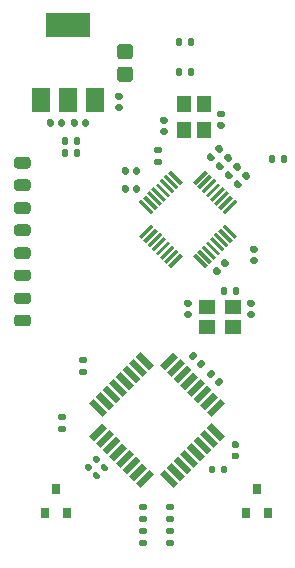
<source format=gbr>
%TF.GenerationSoftware,KiCad,Pcbnew,(5.1.9-16-g1737927814)-1*%
%TF.CreationDate,2021-10-14T17:25:43-05:00*%
%TF.ProjectId,adbuino,61646275-696e-46f2-9e6b-696361645f70,rev?*%
%TF.SameCoordinates,Original*%
%TF.FileFunction,Paste,Top*%
%TF.FilePolarity,Positive*%
%FSLAX46Y46*%
G04 Gerber Fmt 4.6, Leading zero omitted, Abs format (unit mm)*
G04 Created by KiCad (PCBNEW (5.1.9-16-g1737927814)-1) date 2021-10-14 17:25:43*
%MOMM*%
%LPD*%
G01*
G04 APERTURE LIST*
%ADD10C,0.100000*%
%ADD11R,0.800000X0.900000*%
%ADD12R,1.200000X1.400000*%
%ADD13R,1.400000X1.200000*%
%ADD14R,1.500000X2.000000*%
%ADD15R,3.800000X2.000000*%
G04 APERTURE END LIST*
%TO.C,R18*%
G36*
G01*
X29649000Y-64022000D02*
X29279000Y-64022000D01*
G75*
G02*
X29144000Y-63887000I0J135000D01*
G01*
X29144000Y-63617000D01*
G75*
G02*
X29279000Y-63482000I135000J0D01*
G01*
X29649000Y-63482000D01*
G75*
G02*
X29784000Y-63617000I0J-135000D01*
G01*
X29784000Y-63887000D01*
G75*
G02*
X29649000Y-64022000I-135000J0D01*
G01*
G37*
G36*
G01*
X29649000Y-65042000D02*
X29279000Y-65042000D01*
G75*
G02*
X29144000Y-64907000I0J135000D01*
G01*
X29144000Y-64637000D01*
G75*
G02*
X29279000Y-64502000I135000J0D01*
G01*
X29649000Y-64502000D01*
G75*
G02*
X29784000Y-64637000I0J-135000D01*
G01*
X29784000Y-64907000D01*
G75*
G02*
X29649000Y-65042000I-135000J0D01*
G01*
G37*
%TD*%
D10*
%TO.C,IC1*%
G36*
X39707382Y-50111624D02*
G01*
X38664400Y-51154606D01*
X38452268Y-50942474D01*
X39495250Y-49899492D01*
X39707382Y-50111624D01*
G37*
G36*
X39353829Y-49758070D02*
G01*
X38310847Y-50801052D01*
X38098715Y-50588920D01*
X39141697Y-49545938D01*
X39353829Y-49758070D01*
G37*
G36*
X39000275Y-49404517D02*
G01*
X37957293Y-50447499D01*
X37745161Y-50235367D01*
X38788143Y-49192385D01*
X39000275Y-49404517D01*
G37*
G36*
X38646722Y-49050963D02*
G01*
X37603740Y-50093945D01*
X37391608Y-49881813D01*
X38434590Y-48838831D01*
X38646722Y-49050963D01*
G37*
G36*
X38293169Y-48697410D02*
G01*
X37250187Y-49740392D01*
X37038055Y-49528260D01*
X38081037Y-48485278D01*
X38293169Y-48697410D01*
G37*
G36*
X37939615Y-48343857D02*
G01*
X36896633Y-49386839D01*
X36684501Y-49174707D01*
X37727483Y-48131725D01*
X37939615Y-48343857D01*
G37*
G36*
X37586062Y-47990303D02*
G01*
X36543080Y-49033285D01*
X36330948Y-48821153D01*
X37373930Y-47778171D01*
X37586062Y-47990303D01*
G37*
G36*
X37232508Y-47636750D02*
G01*
X36189526Y-48679732D01*
X35977394Y-48467600D01*
X37020376Y-47424618D01*
X37232508Y-47636750D01*
G37*
G36*
X36189526Y-45320268D02*
G01*
X37232508Y-46363250D01*
X37020376Y-46575382D01*
X35977394Y-45532400D01*
X36189526Y-45320268D01*
G37*
G36*
X36543080Y-44966715D02*
G01*
X37586062Y-46009697D01*
X37373930Y-46221829D01*
X36330948Y-45178847D01*
X36543080Y-44966715D01*
G37*
G36*
X36896633Y-44613161D02*
G01*
X37939615Y-45656143D01*
X37727483Y-45868275D01*
X36684501Y-44825293D01*
X36896633Y-44613161D01*
G37*
G36*
X37250187Y-44259608D02*
G01*
X38293169Y-45302590D01*
X38081037Y-45514722D01*
X37038055Y-44471740D01*
X37250187Y-44259608D01*
G37*
G36*
X37603740Y-43906055D02*
G01*
X38646722Y-44949037D01*
X38434590Y-45161169D01*
X37391608Y-44118187D01*
X37603740Y-43906055D01*
G37*
G36*
X37957293Y-43552501D02*
G01*
X39000275Y-44595483D01*
X38788143Y-44807615D01*
X37745161Y-43764633D01*
X37957293Y-43552501D01*
G37*
G36*
X38310847Y-43198948D02*
G01*
X39353829Y-44241930D01*
X39141697Y-44454062D01*
X38098715Y-43411080D01*
X38310847Y-43198948D01*
G37*
G36*
X38664400Y-42845394D02*
G01*
X39707382Y-43888376D01*
X39495250Y-44100508D01*
X38452268Y-43057526D01*
X38664400Y-42845394D01*
G37*
G36*
X41811732Y-43057526D02*
G01*
X40768750Y-44100508D01*
X40556618Y-43888376D01*
X41599600Y-42845394D01*
X41811732Y-43057526D01*
G37*
G36*
X42165285Y-43411080D02*
G01*
X41122303Y-44454062D01*
X40910171Y-44241930D01*
X41953153Y-43198948D01*
X42165285Y-43411080D01*
G37*
G36*
X42518839Y-43764633D02*
G01*
X41475857Y-44807615D01*
X41263725Y-44595483D01*
X42306707Y-43552501D01*
X42518839Y-43764633D01*
G37*
G36*
X42872392Y-44118187D02*
G01*
X41829410Y-45161169D01*
X41617278Y-44949037D01*
X42660260Y-43906055D01*
X42872392Y-44118187D01*
G37*
G36*
X43225945Y-44471740D02*
G01*
X42182963Y-45514722D01*
X41970831Y-45302590D01*
X43013813Y-44259608D01*
X43225945Y-44471740D01*
G37*
G36*
X43579499Y-44825293D02*
G01*
X42536517Y-45868275D01*
X42324385Y-45656143D01*
X43367367Y-44613161D01*
X43579499Y-44825293D01*
G37*
G36*
X43933052Y-45178847D02*
G01*
X42890070Y-46221829D01*
X42677938Y-46009697D01*
X43720920Y-44966715D01*
X43933052Y-45178847D01*
G37*
G36*
X44286606Y-45532400D02*
G01*
X43243624Y-46575382D01*
X43031492Y-46363250D01*
X44074474Y-45320268D01*
X44286606Y-45532400D01*
G37*
G36*
X43243624Y-47424618D02*
G01*
X44286606Y-48467600D01*
X44074474Y-48679732D01*
X43031492Y-47636750D01*
X43243624Y-47424618D01*
G37*
G36*
X42890070Y-47778171D02*
G01*
X43933052Y-48821153D01*
X43720920Y-49033285D01*
X42677938Y-47990303D01*
X42890070Y-47778171D01*
G37*
G36*
X42536517Y-48131725D02*
G01*
X43579499Y-49174707D01*
X43367367Y-49386839D01*
X42324385Y-48343857D01*
X42536517Y-48131725D01*
G37*
G36*
X42182963Y-48485278D02*
G01*
X43225945Y-49528260D01*
X43013813Y-49740392D01*
X41970831Y-48697410D01*
X42182963Y-48485278D01*
G37*
G36*
X41829410Y-48838831D02*
G01*
X42872392Y-49881813D01*
X42660260Y-50093945D01*
X41617278Y-49050963D01*
X41829410Y-48838831D01*
G37*
G36*
X41475857Y-49192385D02*
G01*
X42518839Y-50235367D01*
X42306707Y-50447499D01*
X41263725Y-49404517D01*
X41475857Y-49192385D01*
G37*
G36*
X41122303Y-49545938D02*
G01*
X42165285Y-50588920D01*
X41953153Y-50801052D01*
X40910171Y-49758070D01*
X41122303Y-49545938D01*
G37*
G36*
X40768750Y-49899492D02*
G01*
X41811732Y-50942474D01*
X41599600Y-51154606D01*
X40556618Y-50111624D01*
X40768750Y-49899492D01*
G37*
%TD*%
%TO.C,D4*%
G36*
G01*
X25654950Y-55096200D02*
X26567450Y-55096200D01*
G75*
G02*
X26811200Y-55339950I0J-243750D01*
G01*
X26811200Y-55827450D01*
G75*
G02*
X26567450Y-56071200I-243750J0D01*
G01*
X25654950Y-56071200D01*
G75*
G02*
X25411200Y-55827450I0J243750D01*
G01*
X25411200Y-55339950D01*
G75*
G02*
X25654950Y-55096200I243750J0D01*
G01*
G37*
G36*
G01*
X25654950Y-53221200D02*
X26567450Y-53221200D01*
G75*
G02*
X26811200Y-53464950I0J-243750D01*
G01*
X26811200Y-53952450D01*
G75*
G02*
X26567450Y-54196200I-243750J0D01*
G01*
X25654950Y-54196200D01*
G75*
G02*
X25411200Y-53952450I0J243750D01*
G01*
X25411200Y-53464950D01*
G75*
G02*
X25654950Y-53221200I243750J0D01*
G01*
G37*
%TD*%
%TO.C,R17*%
G36*
G01*
X47514000Y-41725000D02*
X47514000Y-42095000D01*
G75*
G02*
X47379000Y-42230000I-135000J0D01*
G01*
X47109000Y-42230000D01*
G75*
G02*
X46974000Y-42095000I0J135000D01*
G01*
X46974000Y-41725000D01*
G75*
G02*
X47109000Y-41590000I135000J0D01*
G01*
X47379000Y-41590000D01*
G75*
G02*
X47514000Y-41725000I0J-135000D01*
G01*
G37*
G36*
G01*
X48534000Y-41725000D02*
X48534000Y-42095000D01*
G75*
G02*
X48399000Y-42230000I-135000J0D01*
G01*
X48129000Y-42230000D01*
G75*
G02*
X47994000Y-42095000I0J135000D01*
G01*
X47994000Y-41725000D01*
G75*
G02*
X48129000Y-41590000I135000J0D01*
G01*
X48399000Y-41590000D01*
G75*
G02*
X48534000Y-41725000I0J-135000D01*
G01*
G37*
%TD*%
%TO.C,R16*%
G36*
G01*
X45004520Y-43649109D02*
X44742891Y-43387480D01*
G75*
G02*
X44742891Y-43196562I95459J95459D01*
G01*
X44933810Y-43005643D01*
G75*
G02*
X45124728Y-43005643I95459J-95459D01*
G01*
X45386357Y-43267272D01*
G75*
G02*
X45386357Y-43458190I-95459J-95459D01*
G01*
X45195438Y-43649109D01*
G75*
G02*
X45004520Y-43649109I-95459J95459D01*
G01*
G37*
G36*
G01*
X44283272Y-44370357D02*
X44021643Y-44108728D01*
G75*
G02*
X44021643Y-43917810I95459J95459D01*
G01*
X44212562Y-43726891D01*
G75*
G02*
X44403480Y-43726891I95459J-95459D01*
G01*
X44665109Y-43988520D01*
G75*
G02*
X44665109Y-44179438I-95459J-95459D01*
G01*
X44474190Y-44370357D01*
G75*
G02*
X44283272Y-44370357I-95459J95459D01*
G01*
G37*
%TD*%
%TO.C,R14*%
G36*
G01*
X42718520Y-41363109D02*
X42456891Y-41101480D01*
G75*
G02*
X42456891Y-40910562I95459J95459D01*
G01*
X42647810Y-40719643D01*
G75*
G02*
X42838728Y-40719643I95459J-95459D01*
G01*
X43100357Y-40981272D01*
G75*
G02*
X43100357Y-41172190I-95459J-95459D01*
G01*
X42909438Y-41363109D01*
G75*
G02*
X42718520Y-41363109I-95459J95459D01*
G01*
G37*
G36*
G01*
X41997272Y-42084357D02*
X41735643Y-41822728D01*
G75*
G02*
X41735643Y-41631810I95459J95459D01*
G01*
X41926562Y-41440891D01*
G75*
G02*
X42117480Y-41440891I95459J-95459D01*
G01*
X42379109Y-41702520D01*
G75*
G02*
X42379109Y-41893438I-95459J-95459D01*
G01*
X42188190Y-42084357D01*
G75*
G02*
X41997272Y-42084357I-95459J95459D01*
G01*
G37*
%TD*%
%TO.C,R13*%
G36*
G01*
X44242520Y-42887109D02*
X43980891Y-42625480D01*
G75*
G02*
X43980891Y-42434562I95459J95459D01*
G01*
X44171810Y-42243643D01*
G75*
G02*
X44362728Y-42243643I95459J-95459D01*
G01*
X44624357Y-42505272D01*
G75*
G02*
X44624357Y-42696190I-95459J-95459D01*
G01*
X44433438Y-42887109D01*
G75*
G02*
X44242520Y-42887109I-95459J95459D01*
G01*
G37*
G36*
G01*
X43521272Y-43608357D02*
X43259643Y-43346728D01*
G75*
G02*
X43259643Y-43155810I95459J95459D01*
G01*
X43450562Y-42964891D01*
G75*
G02*
X43641480Y-42964891I95459J-95459D01*
G01*
X43903109Y-43226520D01*
G75*
G02*
X43903109Y-43417438I-95459J-95459D01*
G01*
X43712190Y-43608357D01*
G75*
G02*
X43521272Y-43608357I-95459J95459D01*
G01*
G37*
%TD*%
%TO.C,R15*%
G36*
G01*
X43480520Y-42125109D02*
X43218891Y-41863480D01*
G75*
G02*
X43218891Y-41672562I95459J95459D01*
G01*
X43409810Y-41481643D01*
G75*
G02*
X43600728Y-41481643I95459J-95459D01*
G01*
X43862357Y-41743272D01*
G75*
G02*
X43862357Y-41934190I-95459J-95459D01*
G01*
X43671438Y-42125109D01*
G75*
G02*
X43480520Y-42125109I-95459J95459D01*
G01*
G37*
G36*
G01*
X42759272Y-42846357D02*
X42497643Y-42584728D01*
G75*
G02*
X42497643Y-42393810I95459J95459D01*
G01*
X42688562Y-42202891D01*
G75*
G02*
X42879480Y-42202891I95459J-95459D01*
G01*
X43141109Y-42464520D01*
G75*
G02*
X43141109Y-42655438I-95459J-95459D01*
G01*
X42950190Y-42846357D01*
G75*
G02*
X42759272Y-42846357I-95459J95459D01*
G01*
G37*
%TD*%
D11*
%TO.C,Q1*%
X45974000Y-69866000D03*
X46924000Y-71866000D03*
X45024000Y-71866000D03*
%TD*%
%TO.C,C12*%
G36*
G01*
X35106000Y-42756000D02*
X35106000Y-43096000D01*
G75*
G02*
X34966000Y-43236000I-140000J0D01*
G01*
X34686000Y-43236000D01*
G75*
G02*
X34546000Y-43096000I0J140000D01*
G01*
X34546000Y-42756000D01*
G75*
G02*
X34686000Y-42616000I140000J0D01*
G01*
X34966000Y-42616000D01*
G75*
G02*
X35106000Y-42756000I0J-140000D01*
G01*
G37*
G36*
G01*
X36066000Y-42756000D02*
X36066000Y-43096000D01*
G75*
G02*
X35926000Y-43236000I-140000J0D01*
G01*
X35646000Y-43236000D01*
G75*
G02*
X35506000Y-43096000I0J140000D01*
G01*
X35506000Y-42756000D01*
G75*
G02*
X35646000Y-42616000I140000J0D01*
G01*
X35926000Y-42616000D01*
G75*
G02*
X36066000Y-42756000I0J-140000D01*
G01*
G37*
%TD*%
D12*
%TO.C,Y2*%
X39790000Y-39454000D03*
X39790000Y-37254000D03*
X41490000Y-37254000D03*
X41490000Y-39454000D03*
%TD*%
%TO.C,C13*%
G36*
G01*
X45890000Y-49838000D02*
X45550000Y-49838000D01*
G75*
G02*
X45410000Y-49698000I0J140000D01*
G01*
X45410000Y-49418000D01*
G75*
G02*
X45550000Y-49278000I140000J0D01*
G01*
X45890000Y-49278000D01*
G75*
G02*
X46030000Y-49418000I0J-140000D01*
G01*
X46030000Y-49698000D01*
G75*
G02*
X45890000Y-49838000I-140000J0D01*
G01*
G37*
G36*
G01*
X45890000Y-50798000D02*
X45550000Y-50798000D01*
G75*
G02*
X45410000Y-50658000I0J140000D01*
G01*
X45410000Y-50378000D01*
G75*
G02*
X45550000Y-50238000I140000J0D01*
G01*
X45890000Y-50238000D01*
G75*
G02*
X46030000Y-50378000I0J-140000D01*
G01*
X46030000Y-50658000D01*
G75*
G02*
X45890000Y-50798000I-140000J0D01*
G01*
G37*
%TD*%
%TO.C,R12*%
G36*
G01*
X31427000Y-59196000D02*
X31057000Y-59196000D01*
G75*
G02*
X30922000Y-59061000I0J135000D01*
G01*
X30922000Y-58791000D01*
G75*
G02*
X31057000Y-58656000I135000J0D01*
G01*
X31427000Y-58656000D01*
G75*
G02*
X31562000Y-58791000I0J-135000D01*
G01*
X31562000Y-59061000D01*
G75*
G02*
X31427000Y-59196000I-135000J0D01*
G01*
G37*
G36*
G01*
X31427000Y-60216000D02*
X31057000Y-60216000D01*
G75*
G02*
X30922000Y-60081000I0J135000D01*
G01*
X30922000Y-59811000D01*
G75*
G02*
X31057000Y-59676000I135000J0D01*
G01*
X31427000Y-59676000D01*
G75*
G02*
X31562000Y-59811000I0J-135000D01*
G01*
X31562000Y-60081000D01*
G75*
G02*
X31427000Y-60216000I-135000J0D01*
G01*
G37*
%TD*%
%TO.C,R11*%
G36*
G01*
X36137000Y-72122000D02*
X36507000Y-72122000D01*
G75*
G02*
X36642000Y-72257000I0J-135000D01*
G01*
X36642000Y-72527000D01*
G75*
G02*
X36507000Y-72662000I-135000J0D01*
G01*
X36137000Y-72662000D01*
G75*
G02*
X36002000Y-72527000I0J135000D01*
G01*
X36002000Y-72257000D01*
G75*
G02*
X36137000Y-72122000I135000J0D01*
G01*
G37*
G36*
G01*
X36137000Y-71102000D02*
X36507000Y-71102000D01*
G75*
G02*
X36642000Y-71237000I0J-135000D01*
G01*
X36642000Y-71507000D01*
G75*
G02*
X36507000Y-71642000I-135000J0D01*
G01*
X36137000Y-71642000D01*
G75*
G02*
X36002000Y-71507000I0J135000D01*
G01*
X36002000Y-71237000D01*
G75*
G02*
X36137000Y-71102000I135000J0D01*
G01*
G37*
%TD*%
%TO.C,R10*%
G36*
G01*
X36507000Y-73674000D02*
X36137000Y-73674000D01*
G75*
G02*
X36002000Y-73539000I0J135000D01*
G01*
X36002000Y-73269000D01*
G75*
G02*
X36137000Y-73134000I135000J0D01*
G01*
X36507000Y-73134000D01*
G75*
G02*
X36642000Y-73269000I0J-135000D01*
G01*
X36642000Y-73539000D01*
G75*
G02*
X36507000Y-73674000I-135000J0D01*
G01*
G37*
G36*
G01*
X36507000Y-74694000D02*
X36137000Y-74694000D01*
G75*
G02*
X36002000Y-74559000I0J135000D01*
G01*
X36002000Y-74289000D01*
G75*
G02*
X36137000Y-74154000I135000J0D01*
G01*
X36507000Y-74154000D01*
G75*
G02*
X36642000Y-74289000I0J-135000D01*
G01*
X36642000Y-74559000D01*
G75*
G02*
X36507000Y-74694000I-135000J0D01*
G01*
G37*
%TD*%
%TO.C,R9*%
G36*
G01*
X38423000Y-72122000D02*
X38793000Y-72122000D01*
G75*
G02*
X38928000Y-72257000I0J-135000D01*
G01*
X38928000Y-72527000D01*
G75*
G02*
X38793000Y-72662000I-135000J0D01*
G01*
X38423000Y-72662000D01*
G75*
G02*
X38288000Y-72527000I0J135000D01*
G01*
X38288000Y-72257000D01*
G75*
G02*
X38423000Y-72122000I135000J0D01*
G01*
G37*
G36*
G01*
X38423000Y-71102000D02*
X38793000Y-71102000D01*
G75*
G02*
X38928000Y-71237000I0J-135000D01*
G01*
X38928000Y-71507000D01*
G75*
G02*
X38793000Y-71642000I-135000J0D01*
G01*
X38423000Y-71642000D01*
G75*
G02*
X38288000Y-71507000I0J135000D01*
G01*
X38288000Y-71237000D01*
G75*
G02*
X38423000Y-71102000I135000J0D01*
G01*
G37*
%TD*%
%TO.C,R8*%
G36*
G01*
X38793000Y-73674000D02*
X38423000Y-73674000D01*
G75*
G02*
X38288000Y-73539000I0J135000D01*
G01*
X38288000Y-73269000D01*
G75*
G02*
X38423000Y-73134000I135000J0D01*
G01*
X38793000Y-73134000D01*
G75*
G02*
X38928000Y-73269000I0J-135000D01*
G01*
X38928000Y-73539000D01*
G75*
G02*
X38793000Y-73674000I-135000J0D01*
G01*
G37*
G36*
G01*
X38793000Y-74694000D02*
X38423000Y-74694000D01*
G75*
G02*
X38288000Y-74559000I0J135000D01*
G01*
X38288000Y-74289000D01*
G75*
G02*
X38423000Y-74154000I135000J0D01*
G01*
X38793000Y-74154000D01*
G75*
G02*
X38928000Y-74289000I0J-135000D01*
G01*
X38928000Y-74559000D01*
G75*
G02*
X38793000Y-74694000I-135000J0D01*
G01*
G37*
%TD*%
%TO.C,R7*%
G36*
G01*
X39638000Y-31819000D02*
X39638000Y-32189000D01*
G75*
G02*
X39503000Y-32324000I-135000J0D01*
G01*
X39233000Y-32324000D01*
G75*
G02*
X39098000Y-32189000I0J135000D01*
G01*
X39098000Y-31819000D01*
G75*
G02*
X39233000Y-31684000I135000J0D01*
G01*
X39503000Y-31684000D01*
G75*
G02*
X39638000Y-31819000I0J-135000D01*
G01*
G37*
G36*
G01*
X40658000Y-31819000D02*
X40658000Y-32189000D01*
G75*
G02*
X40523000Y-32324000I-135000J0D01*
G01*
X40253000Y-32324000D01*
G75*
G02*
X40118000Y-32189000I0J135000D01*
G01*
X40118000Y-31819000D01*
G75*
G02*
X40253000Y-31684000I135000J0D01*
G01*
X40523000Y-31684000D01*
G75*
G02*
X40658000Y-31819000I0J-135000D01*
G01*
G37*
%TD*%
%TO.C,R6*%
G36*
G01*
X40116000Y-34729000D02*
X40116000Y-34359000D01*
G75*
G02*
X40251000Y-34224000I135000J0D01*
G01*
X40521000Y-34224000D01*
G75*
G02*
X40656000Y-34359000I0J-135000D01*
G01*
X40656000Y-34729000D01*
G75*
G02*
X40521000Y-34864000I-135000J0D01*
G01*
X40251000Y-34864000D01*
G75*
G02*
X40116000Y-34729000I0J135000D01*
G01*
G37*
G36*
G01*
X39096000Y-34729000D02*
X39096000Y-34359000D01*
G75*
G02*
X39231000Y-34224000I135000J0D01*
G01*
X39501000Y-34224000D01*
G75*
G02*
X39636000Y-34359000I0J-135000D01*
G01*
X39636000Y-34729000D01*
G75*
G02*
X39501000Y-34864000I-135000J0D01*
G01*
X39231000Y-34864000D01*
G75*
G02*
X39096000Y-34729000I0J135000D01*
G01*
G37*
%TD*%
%TO.C,R5*%
G36*
G01*
X29986000Y-40201000D02*
X29986000Y-40571000D01*
G75*
G02*
X29851000Y-40706000I-135000J0D01*
G01*
X29581000Y-40706000D01*
G75*
G02*
X29446000Y-40571000I0J135000D01*
G01*
X29446000Y-40201000D01*
G75*
G02*
X29581000Y-40066000I135000J0D01*
G01*
X29851000Y-40066000D01*
G75*
G02*
X29986000Y-40201000I0J-135000D01*
G01*
G37*
G36*
G01*
X31006000Y-40201000D02*
X31006000Y-40571000D01*
G75*
G02*
X30871000Y-40706000I-135000J0D01*
G01*
X30601000Y-40706000D01*
G75*
G02*
X30466000Y-40571000I0J135000D01*
G01*
X30466000Y-40201000D01*
G75*
G02*
X30601000Y-40066000I135000J0D01*
G01*
X30871000Y-40066000D01*
G75*
G02*
X31006000Y-40201000I0J-135000D01*
G01*
G37*
%TD*%
%TO.C,R4*%
G36*
G01*
X29986000Y-41217000D02*
X29986000Y-41587000D01*
G75*
G02*
X29851000Y-41722000I-135000J0D01*
G01*
X29581000Y-41722000D01*
G75*
G02*
X29446000Y-41587000I0J135000D01*
G01*
X29446000Y-41217000D01*
G75*
G02*
X29581000Y-41082000I135000J0D01*
G01*
X29851000Y-41082000D01*
G75*
G02*
X29986000Y-41217000I0J-135000D01*
G01*
G37*
G36*
G01*
X31006000Y-41217000D02*
X31006000Y-41587000D01*
G75*
G02*
X30871000Y-41722000I-135000J0D01*
G01*
X30601000Y-41722000D01*
G75*
G02*
X30466000Y-41587000I0J135000D01*
G01*
X30466000Y-41217000D01*
G75*
G02*
X30601000Y-41082000I135000J0D01*
G01*
X30871000Y-41082000D01*
G75*
G02*
X31006000Y-41217000I0J-135000D01*
G01*
G37*
%TD*%
%TO.C,R3*%
G36*
G01*
X37407000Y-41896000D02*
X37777000Y-41896000D01*
G75*
G02*
X37912000Y-42031000I0J-135000D01*
G01*
X37912000Y-42301000D01*
G75*
G02*
X37777000Y-42436000I-135000J0D01*
G01*
X37407000Y-42436000D01*
G75*
G02*
X37272000Y-42301000I0J135000D01*
G01*
X37272000Y-42031000D01*
G75*
G02*
X37407000Y-41896000I135000J0D01*
G01*
G37*
G36*
G01*
X37407000Y-40876000D02*
X37777000Y-40876000D01*
G75*
G02*
X37912000Y-41011000I0J-135000D01*
G01*
X37912000Y-41281000D01*
G75*
G02*
X37777000Y-41416000I-135000J0D01*
G01*
X37407000Y-41416000D01*
G75*
G02*
X37272000Y-41281000I0J135000D01*
G01*
X37272000Y-41011000D01*
G75*
G02*
X37407000Y-40876000I135000J0D01*
G01*
G37*
%TD*%
%TO.C,R2*%
G36*
G01*
X42434000Y-68014000D02*
X42434000Y-68384000D01*
G75*
G02*
X42299000Y-68519000I-135000J0D01*
G01*
X42029000Y-68519000D01*
G75*
G02*
X41894000Y-68384000I0J135000D01*
G01*
X41894000Y-68014000D01*
G75*
G02*
X42029000Y-67879000I135000J0D01*
G01*
X42299000Y-67879000D01*
G75*
G02*
X42434000Y-68014000I0J-135000D01*
G01*
G37*
G36*
G01*
X43454000Y-68014000D02*
X43454000Y-68384000D01*
G75*
G02*
X43319000Y-68519000I-135000J0D01*
G01*
X43049000Y-68519000D01*
G75*
G02*
X42914000Y-68384000I0J135000D01*
G01*
X42914000Y-68014000D01*
G75*
G02*
X43049000Y-67879000I135000J0D01*
G01*
X43319000Y-67879000D01*
G75*
G02*
X43454000Y-68014000I0J-135000D01*
G01*
G37*
%TD*%
%TO.C,R1*%
G36*
G01*
X43446000Y-52901000D02*
X43446000Y-53271000D01*
G75*
G02*
X43311000Y-53406000I-135000J0D01*
G01*
X43041000Y-53406000D01*
G75*
G02*
X42906000Y-53271000I0J135000D01*
G01*
X42906000Y-52901000D01*
G75*
G02*
X43041000Y-52766000I135000J0D01*
G01*
X43311000Y-52766000D01*
G75*
G02*
X43446000Y-52901000I0J-135000D01*
G01*
G37*
G36*
G01*
X44466000Y-52901000D02*
X44466000Y-53271000D01*
G75*
G02*
X44331000Y-53406000I-135000J0D01*
G01*
X44061000Y-53406000D01*
G75*
G02*
X43926000Y-53271000I0J135000D01*
G01*
X43926000Y-52901000D01*
G75*
G02*
X44061000Y-52766000I135000J0D01*
G01*
X44331000Y-52766000D01*
G75*
G02*
X44466000Y-52901000I0J-135000D01*
G01*
G37*
%TD*%
%TO.C,C16*%
G36*
G01*
X31773800Y-67703002D02*
X32014216Y-67943418D01*
G75*
G02*
X32014216Y-68141408I-98995J-98995D01*
G01*
X31816226Y-68339398D01*
G75*
G02*
X31618236Y-68339398I-98995J98995D01*
G01*
X31377820Y-68098982D01*
G75*
G02*
X31377820Y-67900992I98995J98995D01*
G01*
X31575810Y-67703002D01*
G75*
G02*
X31773800Y-67703002I98995J-98995D01*
G01*
G37*
G36*
G01*
X32452622Y-67024180D02*
X32693038Y-67264596D01*
G75*
G02*
X32693038Y-67462586I-98995J-98995D01*
G01*
X32495048Y-67660576D01*
G75*
G02*
X32297058Y-67660576I-98995J98995D01*
G01*
X32056642Y-67420160D01*
G75*
G02*
X32056642Y-67222170I98995J98995D01*
G01*
X32254632Y-67024180D01*
G75*
G02*
X32452622Y-67024180I98995J-98995D01*
G01*
G37*
%TD*%
%TO.C,C15*%
G36*
G01*
X42439213Y-60713629D02*
X42679629Y-60473213D01*
G75*
G02*
X42877619Y-60473213I98995J-98995D01*
G01*
X43075609Y-60671203D01*
G75*
G02*
X43075609Y-60869193I-98995J-98995D01*
G01*
X42835193Y-61109609D01*
G75*
G02*
X42637203Y-61109609I-98995J98995D01*
G01*
X42439213Y-60911619D01*
G75*
G02*
X42439213Y-60713629I98995J98995D01*
G01*
G37*
G36*
G01*
X41760391Y-60034807D02*
X42000807Y-59794391D01*
G75*
G02*
X42198797Y-59794391I98995J-98995D01*
G01*
X42396787Y-59992381D01*
G75*
G02*
X42396787Y-60190371I-98995J-98995D01*
G01*
X42156371Y-60430787D01*
G75*
G02*
X41958381Y-60430787I-98995J98995D01*
G01*
X41760391Y-60232797D01*
G75*
G02*
X41760391Y-60034807I98995J98995D01*
G01*
G37*
%TD*%
%TO.C,C14*%
G36*
G01*
X40915213Y-59189629D02*
X41155629Y-58949213D01*
G75*
G02*
X41353619Y-58949213I98995J-98995D01*
G01*
X41551609Y-59147203D01*
G75*
G02*
X41551609Y-59345193I-98995J-98995D01*
G01*
X41311193Y-59585609D01*
G75*
G02*
X41113203Y-59585609I-98995J98995D01*
G01*
X40915213Y-59387619D01*
G75*
G02*
X40915213Y-59189629I98995J98995D01*
G01*
G37*
G36*
G01*
X40236391Y-58510807D02*
X40476807Y-58270391D01*
G75*
G02*
X40674797Y-58270391I98995J-98995D01*
G01*
X40872787Y-58468381D01*
G75*
G02*
X40872787Y-58666371I-98995J-98995D01*
G01*
X40632371Y-58906787D01*
G75*
G02*
X40434381Y-58906787I-98995J98995D01*
G01*
X40236391Y-58708797D01*
G75*
G02*
X40236391Y-58510807I98995J98995D01*
G01*
G37*
%TD*%
%TO.C,C11*%
G36*
G01*
X43096000Y-38380000D02*
X42756000Y-38380000D01*
G75*
G02*
X42616000Y-38240000I0J140000D01*
G01*
X42616000Y-37960000D01*
G75*
G02*
X42756000Y-37820000I140000J0D01*
G01*
X43096000Y-37820000D01*
G75*
G02*
X43236000Y-37960000I0J-140000D01*
G01*
X43236000Y-38240000D01*
G75*
G02*
X43096000Y-38380000I-140000J0D01*
G01*
G37*
G36*
G01*
X43096000Y-39340000D02*
X42756000Y-39340000D01*
G75*
G02*
X42616000Y-39200000I0J140000D01*
G01*
X42616000Y-38920000D01*
G75*
G02*
X42756000Y-38780000I140000J0D01*
G01*
X43096000Y-38780000D01*
G75*
G02*
X43236000Y-38920000I0J-140000D01*
G01*
X43236000Y-39200000D01*
G75*
G02*
X43096000Y-39340000I-140000J0D01*
G01*
G37*
%TD*%
%TO.C,C10*%
G36*
G01*
X37930000Y-39316000D02*
X38270000Y-39316000D01*
G75*
G02*
X38410000Y-39456000I0J-140000D01*
G01*
X38410000Y-39736000D01*
G75*
G02*
X38270000Y-39876000I-140000J0D01*
G01*
X37930000Y-39876000D01*
G75*
G02*
X37790000Y-39736000I0J140000D01*
G01*
X37790000Y-39456000D01*
G75*
G02*
X37930000Y-39316000I140000J0D01*
G01*
G37*
G36*
G01*
X37930000Y-38356000D02*
X38270000Y-38356000D01*
G75*
G02*
X38410000Y-38496000I0J-140000D01*
G01*
X38410000Y-38776000D01*
G75*
G02*
X38270000Y-38916000I-140000J0D01*
G01*
X37930000Y-38916000D01*
G75*
G02*
X37790000Y-38776000I0J140000D01*
G01*
X37790000Y-38496000D01*
G75*
G02*
X37930000Y-38356000I140000J0D01*
G01*
G37*
%TD*%
%TO.C,C9*%
G36*
G01*
X35106000Y-44280000D02*
X35106000Y-44620000D01*
G75*
G02*
X34966000Y-44760000I-140000J0D01*
G01*
X34686000Y-44760000D01*
G75*
G02*
X34546000Y-44620000I0J140000D01*
G01*
X34546000Y-44280000D01*
G75*
G02*
X34686000Y-44140000I140000J0D01*
G01*
X34966000Y-44140000D01*
G75*
G02*
X35106000Y-44280000I0J-140000D01*
G01*
G37*
G36*
G01*
X36066000Y-44280000D02*
X36066000Y-44620000D01*
G75*
G02*
X35926000Y-44760000I-140000J0D01*
G01*
X35646000Y-44760000D01*
G75*
G02*
X35506000Y-44620000I0J140000D01*
G01*
X35506000Y-44280000D01*
G75*
G02*
X35646000Y-44140000I140000J0D01*
G01*
X35926000Y-44140000D01*
G75*
G02*
X36066000Y-44280000I0J-140000D01*
G01*
G37*
%TD*%
%TO.C,C8*%
G36*
G01*
X43187629Y-51032787D02*
X42947213Y-50792371D01*
G75*
G02*
X42947213Y-50594381I98995J98995D01*
G01*
X43145203Y-50396391D01*
G75*
G02*
X43343193Y-50396391I98995J-98995D01*
G01*
X43583609Y-50636807D01*
G75*
G02*
X43583609Y-50834797I-98995J-98995D01*
G01*
X43385619Y-51032787D01*
G75*
G02*
X43187629Y-51032787I-98995J98995D01*
G01*
G37*
G36*
G01*
X42508807Y-51711609D02*
X42268391Y-51471193D01*
G75*
G02*
X42268391Y-51273203I98995J98995D01*
G01*
X42466381Y-51075213D01*
G75*
G02*
X42664371Y-51075213I98995J-98995D01*
G01*
X42904787Y-51315629D01*
G75*
G02*
X42904787Y-51513619I-98995J-98995D01*
G01*
X42706797Y-51711609D01*
G75*
G02*
X42508807Y-51711609I-98995J98995D01*
G01*
G37*
%TD*%
%TO.C,C7*%
G36*
G01*
X40302000Y-54410000D02*
X39962000Y-54410000D01*
G75*
G02*
X39822000Y-54270000I0J140000D01*
G01*
X39822000Y-53990000D01*
G75*
G02*
X39962000Y-53850000I140000J0D01*
G01*
X40302000Y-53850000D01*
G75*
G02*
X40442000Y-53990000I0J-140000D01*
G01*
X40442000Y-54270000D01*
G75*
G02*
X40302000Y-54410000I-140000J0D01*
G01*
G37*
G36*
G01*
X40302000Y-55370000D02*
X39962000Y-55370000D01*
G75*
G02*
X39822000Y-55230000I0J140000D01*
G01*
X39822000Y-54950000D01*
G75*
G02*
X39962000Y-54810000I140000J0D01*
G01*
X40302000Y-54810000D01*
G75*
G02*
X40442000Y-54950000I0J-140000D01*
G01*
X40442000Y-55230000D01*
G75*
G02*
X40302000Y-55370000I-140000J0D01*
G01*
G37*
%TD*%
%TO.C,C6*%
G36*
G01*
X45296000Y-54810000D02*
X45636000Y-54810000D01*
G75*
G02*
X45776000Y-54950000I0J-140000D01*
G01*
X45776000Y-55230000D01*
G75*
G02*
X45636000Y-55370000I-140000J0D01*
G01*
X45296000Y-55370000D01*
G75*
G02*
X45156000Y-55230000I0J140000D01*
G01*
X45156000Y-54950000D01*
G75*
G02*
X45296000Y-54810000I140000J0D01*
G01*
G37*
G36*
G01*
X45296000Y-53850000D02*
X45636000Y-53850000D01*
G75*
G02*
X45776000Y-53990000I0J-140000D01*
G01*
X45776000Y-54270000D01*
G75*
G02*
X45636000Y-54410000I-140000J0D01*
G01*
X45296000Y-54410000D01*
G75*
G02*
X45156000Y-54270000I0J140000D01*
G01*
X45156000Y-53990000D01*
G75*
G02*
X45296000Y-53850000I140000J0D01*
G01*
G37*
%TD*%
%TO.C,C5*%
G36*
G01*
X44299960Y-66376000D02*
X43959960Y-66376000D01*
G75*
G02*
X43819960Y-66236000I0J140000D01*
G01*
X43819960Y-65956000D01*
G75*
G02*
X43959960Y-65816000I140000J0D01*
G01*
X44299960Y-65816000D01*
G75*
G02*
X44439960Y-65956000I0J-140000D01*
G01*
X44439960Y-66236000D01*
G75*
G02*
X44299960Y-66376000I-140000J0D01*
G01*
G37*
G36*
G01*
X44299960Y-67336000D02*
X43959960Y-67336000D01*
G75*
G02*
X43819960Y-67196000I0J140000D01*
G01*
X43819960Y-66916000D01*
G75*
G02*
X43959960Y-66776000I140000J0D01*
G01*
X44299960Y-66776000D01*
G75*
G02*
X44439960Y-66916000I0J-140000D01*
G01*
X44439960Y-67196000D01*
G75*
G02*
X44299960Y-67336000I-140000J0D01*
G01*
G37*
%TD*%
%TO.C,C4*%
G36*
G01*
X31188000Y-39032000D02*
X31188000Y-38692000D01*
G75*
G02*
X31328000Y-38552000I140000J0D01*
G01*
X31608000Y-38552000D01*
G75*
G02*
X31748000Y-38692000I0J-140000D01*
G01*
X31748000Y-39032000D01*
G75*
G02*
X31608000Y-39172000I-140000J0D01*
G01*
X31328000Y-39172000D01*
G75*
G02*
X31188000Y-39032000I0J140000D01*
G01*
G37*
G36*
G01*
X30228000Y-39032000D02*
X30228000Y-38692000D01*
G75*
G02*
X30368000Y-38552000I140000J0D01*
G01*
X30648000Y-38552000D01*
G75*
G02*
X30788000Y-38692000I0J-140000D01*
G01*
X30788000Y-39032000D01*
G75*
G02*
X30648000Y-39172000I-140000J0D01*
G01*
X30368000Y-39172000D01*
G75*
G02*
X30228000Y-39032000I0J140000D01*
G01*
G37*
%TD*%
%TO.C,C3*%
G36*
G01*
X28756000Y-38692000D02*
X28756000Y-39032000D01*
G75*
G02*
X28616000Y-39172000I-140000J0D01*
G01*
X28336000Y-39172000D01*
G75*
G02*
X28196000Y-39032000I0J140000D01*
G01*
X28196000Y-38692000D01*
G75*
G02*
X28336000Y-38552000I140000J0D01*
G01*
X28616000Y-38552000D01*
G75*
G02*
X28756000Y-38692000I0J-140000D01*
G01*
G37*
G36*
G01*
X29716000Y-38692000D02*
X29716000Y-39032000D01*
G75*
G02*
X29576000Y-39172000I-140000J0D01*
G01*
X29296000Y-39172000D01*
G75*
G02*
X29156000Y-39032000I0J140000D01*
G01*
X29156000Y-38692000D01*
G75*
G02*
X29296000Y-38552000I140000J0D01*
G01*
X29576000Y-38552000D01*
G75*
G02*
X29716000Y-38692000I0J-140000D01*
G01*
G37*
%TD*%
%TO.C,C2*%
G36*
G01*
X32463731Y-68398013D02*
X32704147Y-68638429D01*
G75*
G02*
X32704147Y-68836419I-98995J-98995D01*
G01*
X32506157Y-69034409D01*
G75*
G02*
X32308167Y-69034409I-98995J98995D01*
G01*
X32067751Y-68793993D01*
G75*
G02*
X32067751Y-68596003I98995J98995D01*
G01*
X32265741Y-68398013D01*
G75*
G02*
X32463731Y-68398013I98995J-98995D01*
G01*
G37*
G36*
G01*
X33142553Y-67719191D02*
X33382969Y-67959607D01*
G75*
G02*
X33382969Y-68157597I-98995J-98995D01*
G01*
X33184979Y-68355587D01*
G75*
G02*
X32986989Y-68355587I-98995J98995D01*
G01*
X32746573Y-68115171D01*
G75*
G02*
X32746573Y-67917181I98995J98995D01*
G01*
X32944563Y-67719191D01*
G75*
G02*
X33142553Y-67719191I98995J-98995D01*
G01*
G37*
%TD*%
%TO.C,C1*%
G36*
G01*
X34120000Y-37284000D02*
X34460000Y-37284000D01*
G75*
G02*
X34600000Y-37424000I0J-140000D01*
G01*
X34600000Y-37704000D01*
G75*
G02*
X34460000Y-37844000I-140000J0D01*
G01*
X34120000Y-37844000D01*
G75*
G02*
X33980000Y-37704000I0J140000D01*
G01*
X33980000Y-37424000D01*
G75*
G02*
X34120000Y-37284000I140000J0D01*
G01*
G37*
G36*
G01*
X34120000Y-36324000D02*
X34460000Y-36324000D01*
G75*
G02*
X34600000Y-36464000I0J-140000D01*
G01*
X34600000Y-36744000D01*
G75*
G02*
X34460000Y-36884000I-140000J0D01*
G01*
X34120000Y-36884000D01*
G75*
G02*
X33980000Y-36744000I0J140000D01*
G01*
X33980000Y-36464000D01*
G75*
G02*
X34120000Y-36324000I140000J0D01*
G01*
G37*
%TD*%
%TO.C,D3*%
G36*
G01*
X25654950Y-51273100D02*
X26567450Y-51273100D01*
G75*
G02*
X26811200Y-51516850I0J-243750D01*
G01*
X26811200Y-52004350D01*
G75*
G02*
X26567450Y-52248100I-243750J0D01*
G01*
X25654950Y-52248100D01*
G75*
G02*
X25411200Y-52004350I0J243750D01*
G01*
X25411200Y-51516850D01*
G75*
G02*
X25654950Y-51273100I243750J0D01*
G01*
G37*
G36*
G01*
X25654950Y-49398100D02*
X26567450Y-49398100D01*
G75*
G02*
X26811200Y-49641850I0J-243750D01*
G01*
X26811200Y-50129350D01*
G75*
G02*
X26567450Y-50373100I-243750J0D01*
G01*
X25654950Y-50373100D01*
G75*
G02*
X25411200Y-50129350I0J243750D01*
G01*
X25411200Y-49641850D01*
G75*
G02*
X25654950Y-49398100I243750J0D01*
G01*
G37*
%TD*%
%TO.C,D2*%
G36*
G01*
X25654950Y-43630000D02*
X26567450Y-43630000D01*
G75*
G02*
X26811200Y-43873750I0J-243750D01*
G01*
X26811200Y-44361250D01*
G75*
G02*
X26567450Y-44605000I-243750J0D01*
G01*
X25654950Y-44605000D01*
G75*
G02*
X25411200Y-44361250I0J243750D01*
G01*
X25411200Y-43873750D01*
G75*
G02*
X25654950Y-43630000I243750J0D01*
G01*
G37*
G36*
G01*
X25654950Y-41755000D02*
X26567450Y-41755000D01*
G75*
G02*
X26811200Y-41998750I0J-243750D01*
G01*
X26811200Y-42486250D01*
G75*
G02*
X26567450Y-42730000I-243750J0D01*
G01*
X25654950Y-42730000D01*
G75*
G02*
X25411200Y-42486250I0J243750D01*
G01*
X25411200Y-41998750D01*
G75*
G02*
X25654950Y-41755000I243750J0D01*
G01*
G37*
%TD*%
%TO.C,D1*%
G36*
G01*
X25654950Y-47451550D02*
X26567450Y-47451550D01*
G75*
G02*
X26811200Y-47695300I0J-243750D01*
G01*
X26811200Y-48182800D01*
G75*
G02*
X26567450Y-48426550I-243750J0D01*
G01*
X25654950Y-48426550D01*
G75*
G02*
X25411200Y-48182800I0J243750D01*
G01*
X25411200Y-47695300D01*
G75*
G02*
X25654950Y-47451550I243750J0D01*
G01*
G37*
G36*
G01*
X25654950Y-45576550D02*
X26567450Y-45576550D01*
G75*
G02*
X26811200Y-45820300I0J-243750D01*
G01*
X26811200Y-46307800D01*
G75*
G02*
X26567450Y-46551550I-243750J0D01*
G01*
X25654950Y-46551550D01*
G75*
G02*
X25411200Y-46307800I0J243750D01*
G01*
X25411200Y-45820300D01*
G75*
G02*
X25654950Y-45576550I243750J0D01*
G01*
G37*
%TD*%
%TO.C,F1*%
G36*
G01*
X34397999Y-34082000D02*
X35198001Y-34082000D01*
G75*
G02*
X35448000Y-34331999I0J-249999D01*
G01*
X35448000Y-35157001D01*
G75*
G02*
X35198001Y-35407000I-249999J0D01*
G01*
X34397999Y-35407000D01*
G75*
G02*
X34148000Y-35157001I0J249999D01*
G01*
X34148000Y-34331999D01*
G75*
G02*
X34397999Y-34082000I249999J0D01*
G01*
G37*
G36*
G01*
X34397999Y-32157000D02*
X35198001Y-32157000D01*
G75*
G02*
X35448000Y-32406999I0J-249999D01*
G01*
X35448000Y-33232001D01*
G75*
G02*
X35198001Y-33482000I-249999J0D01*
G01*
X34397999Y-33482000D01*
G75*
G02*
X34148000Y-33232001I0J249999D01*
G01*
X34148000Y-32406999D01*
G75*
G02*
X34397999Y-32157000I249999J0D01*
G01*
G37*
%TD*%
D13*
%TO.C,Y1*%
X41742000Y-54434000D03*
X43942000Y-54434000D03*
X43942000Y-56134000D03*
X41742000Y-56134000D03*
%TD*%
D11*
%TO.C,Q2*%
X28956000Y-69866000D03*
X29906000Y-71866000D03*
X28006000Y-71866000D03*
%TD*%
D14*
%TO.C,U1*%
X27672000Y-36884000D03*
X32272000Y-36884000D03*
X29972000Y-36884000D03*
D15*
X29972000Y-30584000D03*
%TD*%
D10*
%TO.C,U2*%
G36*
X41724963Y-64654074D02*
G01*
X42113872Y-64265165D01*
X43245243Y-65396536D01*
X42856334Y-65785445D01*
X41724963Y-64654074D01*
G37*
G36*
X41159277Y-65219759D02*
G01*
X41548186Y-64830850D01*
X42679557Y-65962221D01*
X42290648Y-66351130D01*
X41159277Y-65219759D01*
G37*
G36*
X40593592Y-65785445D02*
G01*
X40982501Y-65396536D01*
X42113872Y-66527907D01*
X41724963Y-66916816D01*
X40593592Y-65785445D01*
G37*
G36*
X40027907Y-66351130D02*
G01*
X40416816Y-65962221D01*
X41548187Y-67093592D01*
X41159278Y-67482501D01*
X40027907Y-66351130D01*
G37*
G36*
X39462221Y-66916816D02*
G01*
X39851130Y-66527907D01*
X40982501Y-67659278D01*
X40593592Y-68048187D01*
X39462221Y-66916816D01*
G37*
G36*
X38896536Y-67482501D02*
G01*
X39285445Y-67093592D01*
X40416816Y-68224963D01*
X40027907Y-68613872D01*
X38896536Y-67482501D01*
G37*
G36*
X38330850Y-68048186D02*
G01*
X38719759Y-67659277D01*
X39851130Y-68790648D01*
X39462221Y-69179557D01*
X38330850Y-68048186D01*
G37*
G36*
X37765165Y-68613872D02*
G01*
X38154074Y-68224963D01*
X39285445Y-69356334D01*
X38896536Y-69745243D01*
X37765165Y-68613872D01*
G37*
G36*
X36845926Y-68224963D02*
G01*
X37234835Y-68613872D01*
X36103464Y-69745243D01*
X35714555Y-69356334D01*
X36845926Y-68224963D01*
G37*
G36*
X36280241Y-67659277D02*
G01*
X36669150Y-68048186D01*
X35537779Y-69179557D01*
X35148870Y-68790648D01*
X36280241Y-67659277D01*
G37*
G36*
X35714555Y-67093592D02*
G01*
X36103464Y-67482501D01*
X34972093Y-68613872D01*
X34583184Y-68224963D01*
X35714555Y-67093592D01*
G37*
G36*
X35148870Y-66527907D02*
G01*
X35537779Y-66916816D01*
X34406408Y-68048187D01*
X34017499Y-67659278D01*
X35148870Y-66527907D01*
G37*
G36*
X34583184Y-65962221D02*
G01*
X34972093Y-66351130D01*
X33840722Y-67482501D01*
X33451813Y-67093592D01*
X34583184Y-65962221D01*
G37*
G36*
X34017499Y-65396536D02*
G01*
X34406408Y-65785445D01*
X33275037Y-66916816D01*
X32886128Y-66527907D01*
X34017499Y-65396536D01*
G37*
G36*
X33451814Y-64830850D02*
G01*
X33840723Y-65219759D01*
X32709352Y-66351130D01*
X32320443Y-65962221D01*
X33451814Y-64830850D01*
G37*
G36*
X32886128Y-64265165D02*
G01*
X33275037Y-64654074D01*
X32143666Y-65785445D01*
X31754757Y-65396536D01*
X32886128Y-64265165D01*
G37*
G36*
X31754757Y-62603464D02*
G01*
X32143666Y-62214555D01*
X33275037Y-63345926D01*
X32886128Y-63734835D01*
X31754757Y-62603464D01*
G37*
G36*
X32320443Y-62037779D02*
G01*
X32709352Y-61648870D01*
X33840723Y-62780241D01*
X33451814Y-63169150D01*
X32320443Y-62037779D01*
G37*
G36*
X32886128Y-61472093D02*
G01*
X33275037Y-61083184D01*
X34406408Y-62214555D01*
X34017499Y-62603464D01*
X32886128Y-61472093D01*
G37*
G36*
X33451813Y-60906408D02*
G01*
X33840722Y-60517499D01*
X34972093Y-61648870D01*
X34583184Y-62037779D01*
X33451813Y-60906408D01*
G37*
G36*
X34017499Y-60340722D02*
G01*
X34406408Y-59951813D01*
X35537779Y-61083184D01*
X35148870Y-61472093D01*
X34017499Y-60340722D01*
G37*
G36*
X34583184Y-59775037D02*
G01*
X34972093Y-59386128D01*
X36103464Y-60517499D01*
X35714555Y-60906408D01*
X34583184Y-59775037D01*
G37*
G36*
X35148870Y-59209352D02*
G01*
X35537779Y-58820443D01*
X36669150Y-59951814D01*
X36280241Y-60340723D01*
X35148870Y-59209352D01*
G37*
G36*
X35714555Y-58643666D02*
G01*
X36103464Y-58254757D01*
X37234835Y-59386128D01*
X36845926Y-59775037D01*
X35714555Y-58643666D01*
G37*
G36*
X38896536Y-58254757D02*
G01*
X39285445Y-58643666D01*
X38154074Y-59775037D01*
X37765165Y-59386128D01*
X38896536Y-58254757D01*
G37*
G36*
X39462221Y-58820443D02*
G01*
X39851130Y-59209352D01*
X38719759Y-60340723D01*
X38330850Y-59951814D01*
X39462221Y-58820443D01*
G37*
G36*
X40027907Y-59386128D02*
G01*
X40416816Y-59775037D01*
X39285445Y-60906408D01*
X38896536Y-60517499D01*
X40027907Y-59386128D01*
G37*
G36*
X40593592Y-59951813D02*
G01*
X40982501Y-60340722D01*
X39851130Y-61472093D01*
X39462221Y-61083184D01*
X40593592Y-59951813D01*
G37*
G36*
X41159278Y-60517499D02*
G01*
X41548187Y-60906408D01*
X40416816Y-62037779D01*
X40027907Y-61648870D01*
X41159278Y-60517499D01*
G37*
G36*
X41724963Y-61083184D02*
G01*
X42113872Y-61472093D01*
X40982501Y-62603464D01*
X40593592Y-62214555D01*
X41724963Y-61083184D01*
G37*
G36*
X42290648Y-61648870D02*
G01*
X42679557Y-62037779D01*
X41548186Y-63169150D01*
X41159277Y-62780241D01*
X42290648Y-61648870D01*
G37*
G36*
X42856334Y-62214555D02*
G01*
X43245243Y-62603464D01*
X42113872Y-63734835D01*
X41724963Y-63345926D01*
X42856334Y-62214555D01*
G37*
%TD*%
M02*

</source>
